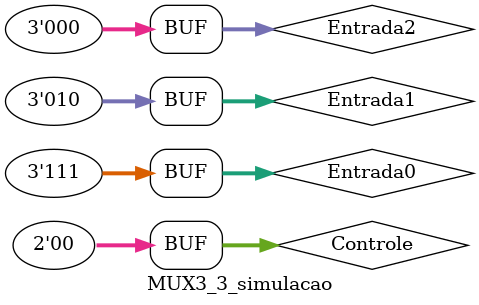
<source format=v>
`include "../src/MUX3_3.v"

module MUX3_3_simulacao;
  reg [2:0] Entrada0, Entrada1, Entrada2;
  reg [1:0] Controle;
  wire [2:0] Resultado;

  initial begin
    $monitor("Time=%0d Entrada0=%b Entrada1=%b Entrada2=%b Controle=%b Resultado=%b",
    $time, Entrada0, Entrada1, Entrada2, Controle, Resultado);
    
  end

  initial begin
    Entrada0 <= 3'b111;
    Entrada1 <= 3'b010;
    Entrada2 <= 3'b000;
    Controle <= 2'b00;
  end

  always begin
    #1 Controle <= 2'b01;
    #1 Controle <= 2'b10;
    #1 Controle <= 2'b00;
  end

  MUX3_3 MUX3_3Canais(Entrada0, Entrada1, Entrada2, Controle, Resultado);

endmodule
</source>
